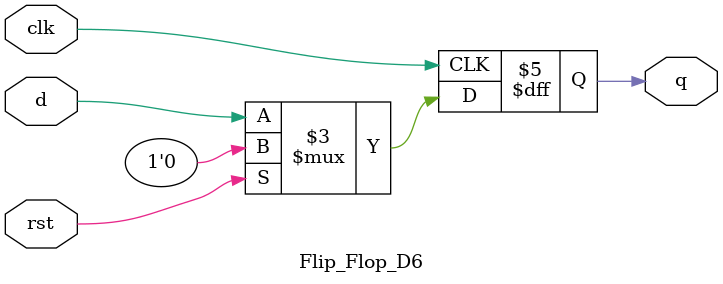
<source format=v>
`timescale 1ns / 1ps
module Flip_Flop_D6(
    input clk,
    input d,
    input rst,
    output reg q
    );

	 always @(posedge clk)
	 if (rst) 
	 q <= 0;
	 else
	 q <= d;


endmodule

</source>
